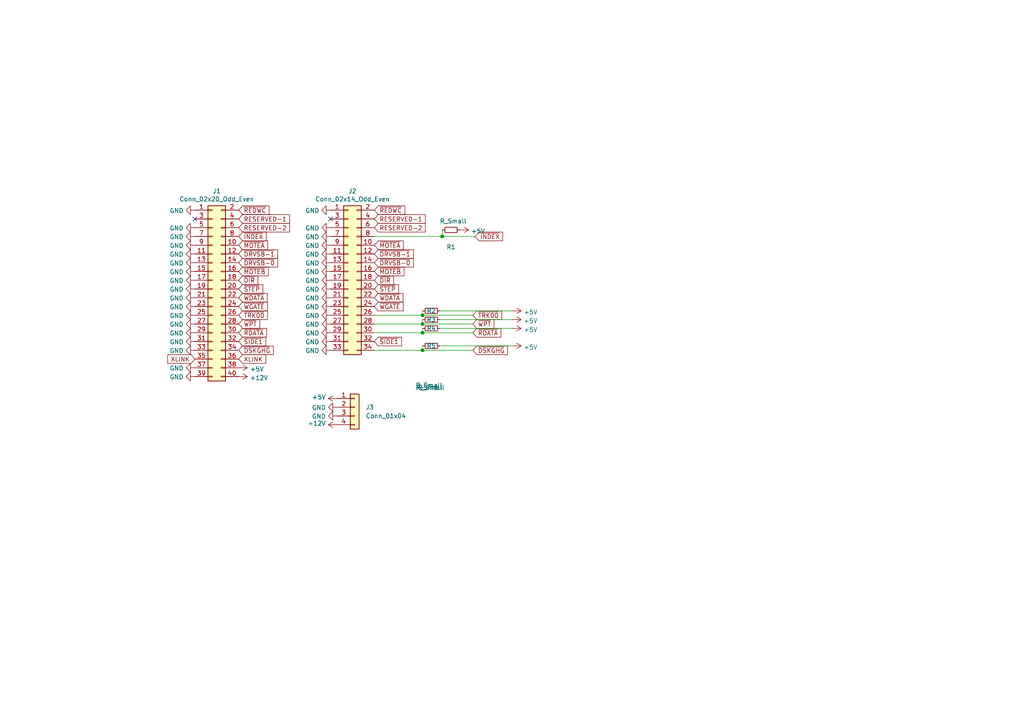
<source format=kicad_sch>
(kicad_sch (version 20211123) (generator eeschema)
  (paper "A4")
  (lib_symbols
    (symbol "Connector_Generic:Conn_01x04" (pin_names (offset 1.016) hide)
      (property "Reference" "J" (at 0 5.08 0))
      (property "Value" "Conn_01x04" (at 0 -7.62 0))
      (symbol "Conn_01x04_1_1"
        (rectangle (start -1.27 -4.953) (end 0 -5.207) (stroke (width 0.1524)))
        (rectangle (start -1.27 -2.413) (end 0 -2.667) (stroke (width 0.1524)))
        (rectangle (start -1.27 0.127) (end 0 -0.127) (stroke (width 0.1524)))
        (rectangle (start -1.27 2.667) (end 0 2.413) (stroke (width 0.1524)))
        (rectangle (start -1.27 3.81) (end 1.27 -6.35) (stroke (width 0.254)) (fill (type background)))
        (pin passive line (at -5.08 2.54 0) (length 3.81) (name "Pin_1") (number "1"))
        (pin passive line (at -5.08 0 0) (length 3.81) (name "Pin_2") (number "2"))
        (pin passive line (at -5.08 -2.54 0) (length 3.81) (name "Pin_3") (number "3"))
        (pin passive line (at -5.08 -5.08 0) (length 3.81) (name "Pin_4") (number "4"))
      )
    )
    (symbol "Connector_Generic:Conn_02x17_Odd_Even" (pin_names (offset 1.016) hide)
      (property "Reference" "J" (at 1.27 22.86 0))
      (property "Value" "Conn_02x17_Odd_Even" (at 1.27 -22.86 0))
      (symbol "Conn_02x17_Odd_Even_1_1"
        (rectangle (start -1.27 -20.193) (end 0 -20.447) (stroke (width 0.1524)))
        (rectangle (start -1.27 -17.653) (end 0 -17.907) (stroke (width 0.1524)))
        (rectangle (start -1.27 -15.113) (end 0 -15.367) (stroke (width 0.1524)))
        (rectangle (start -1.27 -12.573) (end 0 -12.827) (stroke (width 0.1524)))
        (rectangle (start -1.27 -10.033) (end 0 -10.287) (stroke (width 0.1524)))
        (rectangle (start -1.27 -7.493) (end 0 -7.747) (stroke (width 0.1524)))
        (rectangle (start -1.27 -4.953) (end 0 -5.207) (stroke (width 0.1524)))
        (rectangle (start -1.27 -2.413) (end 0 -2.667) (stroke (width 0.1524)))
        (rectangle (start -1.27 0.127) (end 0 -0.127) (stroke (width 0.1524)))
        (rectangle (start -1.27 2.667) (end 0 2.413) (stroke (width 0.1524)))
        (rectangle (start -1.27 5.207) (end 0 4.953) (stroke (width 0.1524)))
        (rectangle (start -1.27 7.747) (end 0 7.493) (stroke (width 0.1524)))
        (rectangle (start -1.27 10.287) (end 0 10.033) (stroke (width 0.1524)))
        (rectangle (start -1.27 12.827) (end 0 12.573) (stroke (width 0.1524)))
        (rectangle (start -1.27 15.367) (end 0 15.113) (stroke (width 0.1524)))
        (rectangle (start -1.27 17.907) (end 0 17.653) (stroke (width 0.1524)))
        (rectangle (start -1.27 20.447) (end 0 20.193) (stroke (width 0.1524)))
        (rectangle (start -1.27 21.59) (end 3.81 -21.59) (stroke (width 0.254)) (fill (type background)))
        (rectangle (start 3.81 -20.193) (end 2.54 -20.447) (stroke (width 0.1524)))
        (rectangle (start 3.81 -17.653) (end 2.54 -17.907) (stroke (width 0.1524)))
        (rectangle (start 3.81 -15.113) (end 2.54 -15.367) (stroke (width 0.1524)))
        (rectangle (start 3.81 -12.573) (end 2.54 -12.827) (stroke (width 0.1524)))
        (rectangle (start 3.81 -10.033) (end 2.54 -10.287) (stroke (width 0.1524)))
        (rectangle (start 3.81 -7.493) (end 2.54 -7.747) (stroke (width 0.1524)))
        (rectangle (start 3.81 -4.953) (end 2.54 -5.207) (stroke (width 0.1524)))
        (rectangle (start 3.81 -2.413) (end 2.54 -2.667) (stroke (width 0.1524)))
        (rectangle (start 3.81 0.127) (end 2.54 -0.127) (stroke (width 0.1524)))
        (rectangle (start 3.81 2.667) (end 2.54 2.413) (stroke (width 0.1524)))
        (rectangle (start 3.81 5.207) (end 2.54 4.953) (stroke (width 0.1524)))
        (rectangle (start 3.81 7.747) (end 2.54 7.493) (stroke (width 0.1524)))
        (rectangle (start 3.81 10.287) (end 2.54 10.033) (stroke (width 0.1524)))
        (rectangle (start 3.81 12.827) (end 2.54 12.573) (stroke (width 0.1524)))
        (rectangle (start 3.81 15.367) (end 2.54 15.113) (stroke (width 0.1524)))
        (rectangle (start 3.81 17.907) (end 2.54 17.653) (stroke (width 0.1524)))
        (rectangle (start 3.81 20.447) (end 2.54 20.193) (stroke (width 0.1524)))
        (pin passive line (at -5.08 20.32 0) (length 3.81) (name "Pin_1") (number "1"))
        (pin passive line (at 7.62 10.16 180) (length 3.81) (name "Pin_10") (number "10"))
        (pin passive line (at -5.08 7.62 0) (length 3.81) (name "Pin_11") (number "11"))
        (pin passive line (at 7.62 7.62 180) (length 3.81) (name "Pin_12") (number "12"))
        (pin passive line (at -5.08 5.08 0) (length 3.81) (name "Pin_13") (number "13"))
        (pin passive line (at 7.62 5.08 180) (length 3.81) (name "Pin_14") (number "14"))
        (pin passive line (at -5.08 2.54 0) (length 3.81) (name "Pin_15") (number "15"))
        (pin passive line (at 7.62 2.54 180) (length 3.81) (name "Pin_16") (number "16"))
        (pin passive line (at -5.08 0 0) (length 3.81) (name "Pin_17") (number "17"))
        (pin passive line (at 7.62 0 180) (length 3.81) (name "Pin_18") (number "18"))
        (pin passive line (at -5.08 -2.54 0) (length 3.81) (name "Pin_19") (number "19"))
        (pin passive line (at 7.62 20.32 180) (length 3.81) (name "Pin_2") (number "2"))
        (pin passive line (at 7.62 -2.54 180) (length 3.81) (name "Pin_20") (number "20"))
        (pin passive line (at -5.08 -5.08 0) (length 3.81) (name "Pin_21") (number "21"))
        (pin passive line (at 7.62 -5.08 180) (length 3.81) (name "Pin_22") (number "22"))
        (pin passive line (at -5.08 -7.62 0) (length 3.81) (name "Pin_23") (number "23"))
        (pin passive line (at 7.62 -7.62 180) (length 3.81) (name "Pin_24") (number "24"))
        (pin passive line (at -5.08 -10.16 0) (length 3.81) (name "Pin_25") (number "25"))
        (pin passive line (at 7.62 -10.16 180) (length 3.81) (name "Pin_26") (number "26"))
        (pin passive line (at -5.08 -12.7 0) (length 3.81) (name "Pin_27") (number "27"))
        (pin passive line (at 7.62 -12.7 180) (length 3.81) (name "Pin_28") (number "28"))
        (pin passive line (at -5.08 -15.24 0) (length 3.81) (name "Pin_29") (number "29"))
        (pin passive line (at -5.08 17.78 0) (length 3.81) (name "Pin_3") (number "3"))
        (pin passive line (at 7.62 -15.24 180) (length 3.81) (name "Pin_30") (number "30"))
        (pin passive line (at -5.08 -17.78 0) (length 3.81) (name "Pin_31") (number "31"))
        (pin passive line (at 7.62 -17.78 180) (length 3.81) (name "Pin_32") (number "32"))
        (pin passive line (at -5.08 -20.32 0) (length 3.81) (name "Pin_33") (number "33"))
        (pin passive line (at 7.62 -20.32 180) (length 3.81) (name "Pin_34") (number "34"))
        (pin passive line (at 7.62 17.78 180) (length 3.81) (name "Pin_4") (number "4"))
        (pin passive line (at -5.08 15.24 0) (length 3.81) (name "Pin_5") (number "5"))
        (pin passive line (at 7.62 15.24 180) (length 3.81) (name "Pin_6") (number "6"))
        (pin passive line (at -5.08 12.7 0) (length 3.81) (name "Pin_7") (number "7"))
        (pin passive line (at 7.62 12.7 180) (length 3.81) (name "Pin_8") (number "8"))
        (pin passive line (at -5.08 10.16 0) (length 3.81) (name "Pin_9") (number "9"))
      )
    )
    (symbol "Connector_Generic:Conn_02x20_Odd_Even" (pin_names (offset 1.016) hide)
      (property "Reference" "J" (at 1.27 25.4 0))
      (property "Value" "Conn_02x20_Odd_Even" (at 1.27 -27.94 0))
      (symbol "Conn_02x20_Odd_Even_1_1"
        (rectangle (start -1.27 -25.273) (end 0 -25.527) (stroke (width 0.1524)))
        (rectangle (start -1.27 -22.733) (end 0 -22.987) (stroke (width 0.1524)))
        (rectangle (start -1.27 -20.193) (end 0 -20.447) (stroke (width 0.1524)))
        (rectangle (start -1.27 -17.653) (end 0 -17.907) (stroke (width 0.1524)))
        (rectangle (start -1.27 -15.113) (end 0 -15.367) (stroke (width 0.1524)))
        (rectangle (start -1.27 -12.573) (end 0 -12.827) (stroke (width 0.1524)))
        (rectangle (start -1.27 -10.033) (end 0 -10.287) (stroke (width 0.1524)))
        (rectangle (start -1.27 -7.493) (end 0 -7.747) (stroke (width 0.1524)))
        (rectangle (start -1.27 -4.953) (end 0 -5.207) (stroke (width 0.1524)))
        (rectangle (start -1.27 -2.413) (end 0 -2.667) (stroke (width 0.1524)))
        (rectangle (start -1.27 0.127) (end 0 -0.127) (stroke (width 0.1524)))
        (rectangle (start -1.27 2.667) (end 0 2.413) (stroke (width 0.1524)))
        (rectangle (start -1.27 5.207) (end 0 4.953) (stroke (width 0.1524)))
        (rectangle (start -1.27 7.747) (end 0 7.493) (stroke (width 0.1524)))
        (rectangle (start -1.27 10.287) (end 0 10.033) (stroke (width 0.1524)))
        (rectangle (start -1.27 12.827) (end 0 12.573) (stroke (width 0.1524)))
        (rectangle (start -1.27 15.367) (end 0 15.113) (stroke (width 0.1524)))
        (rectangle (start -1.27 17.907) (end 0 17.653) (stroke (width 0.1524)))
        (rectangle (start -1.27 20.447) (end 0 20.193) (stroke (width 0.1524)))
        (rectangle (start -1.27 22.987) (end 0 22.733) (stroke (width 0.1524)))
        (rectangle (start -1.27 24.13) (end 3.81 -26.67) (stroke (width 0.254)) (fill (type background)))
        (rectangle (start 3.81 -25.273) (end 2.54 -25.527) (stroke (width 0.1524)))
        (rectangle (start 3.81 -22.733) (end 2.54 -22.987) (stroke (width 0.1524)))
        (rectangle (start 3.81 -20.193) (end 2.54 -20.447) (stroke (width 0.1524)))
        (rectangle (start 3.81 -17.653) (end 2.54 -17.907) (stroke (width 0.1524)))
        (rectangle (start 3.81 -15.113) (end 2.54 -15.367) (stroke (width 0.1524)))
        (rectangle (start 3.81 -12.573) (end 2.54 -12.827) (stroke (width 0.1524)))
        (rectangle (start 3.81 -10.033) (end 2.54 -10.287) (stroke (width 0.1524)))
        (rectangle (start 3.81 -7.493) (end 2.54 -7.747) (stroke (width 0.1524)))
        (rectangle (start 3.81 -4.953) (end 2.54 -5.207) (stroke (width 0.1524)))
        (rectangle (start 3.81 -2.413) (end 2.54 -2.667) (stroke (width 0.1524)))
        (rectangle (start 3.81 0.127) (end 2.54 -0.127) (stroke (width 0.1524)))
        (rectangle (start 3.81 2.667) (end 2.54 2.413) (stroke (width 0.1524)))
        (rectangle (start 3.81 5.207) (end 2.54 4.953) (stroke (width 0.1524)))
        (rectangle (start 3.81 7.747) (end 2.54 7.493) (stroke (width 0.1524)))
        (rectangle (start 3.81 10.287) (end 2.54 10.033) (stroke (width 0.1524)))
        (rectangle (start 3.81 12.827) (end 2.54 12.573) (stroke (width 0.1524)))
        (rectangle (start 3.81 15.367) (end 2.54 15.113) (stroke (width 0.1524)))
        (rectangle (start 3.81 17.907) (end 2.54 17.653) (stroke (width 0.1524)))
        (rectangle (start 3.81 20.447) (end 2.54 20.193) (stroke (width 0.1524)))
        (rectangle (start 3.81 22.987) (end 2.54 22.733) (stroke (width 0.1524)))
        (pin passive line (at -5.08 22.86 0) (length 3.81) (name "Pin_1") (number "1"))
        (pin passive line (at 7.62 12.7 180) (length 3.81) (name "Pin_10") (number "10"))
        (pin passive line (at -5.08 10.16 0) (length 3.81) (name "Pin_11") (number "11"))
        (pin passive line (at 7.62 10.16 180) (length 3.81) (name "Pin_12") (number "12"))
        (pin passive line (at -5.08 7.62 0) (length 3.81) (name "Pin_13") (number "13"))
        (pin passive line (at 7.62 7.62 180) (length 3.81) (name "Pin_14") (number "14"))
        (pin passive line (at -5.08 5.08 0) (length 3.81) (name "Pin_15") (number "15"))
        (pin passive line (at 7.62 5.08 180) (length 3.81) (name "Pin_16") (number "16"))
        (pin passive line (at -5.08 2.54 0) (length 3.81) (name "Pin_17") (number "17"))
        (pin passive line (at 7.62 2.54 180) (length 3.81) (name "Pin_18") (number "18"))
        (pin passive line (at -5.08 0 0) (length 3.81) (name "Pin_19") (number "19"))
        (pin passive line (at 7.62 22.86 180) (length 3.81) (name "Pin_2") (number "2"))
        (pin passive line (at 7.62 0 180) (length 3.81) (name "Pin_20") (number "20"))
        (pin passive line (at -5.08 -2.54 0) (length 3.81) (name "Pin_21") (number "21"))
        (pin passive line (at 7.62 -2.54 180) (length 3.81) (name "Pin_22") (number "22"))
        (pin passive line (at -5.08 -5.08 0) (length 3.81) (name "Pin_23") (number "23"))
        (pin passive line (at 7.62 -5.08 180) (length 3.81) (name "Pin_24") (number "24"))
        (pin passive line (at -5.08 -7.62 0) (length 3.81) (name "Pin_25") (number "25"))
        (pin passive line (at 7.62 -7.62 180) (length 3.81) (name "Pin_26") (number "26"))
        (pin passive line (at -5.08 -10.16 0) (length 3.81) (name "Pin_27") (number "27"))
        (pin passive line (at 7.62 -10.16 180) (length 3.81) (name "Pin_28") (number "28"))
        (pin passive line (at -5.08 -12.7 0) (length 3.81) (name "Pin_29") (number "29"))
        (pin passive line (at -5.08 20.32 0) (length 3.81) (name "Pin_3") (number "3"))
        (pin passive line (at 7.62 -12.7 180) (length 3.81) (name "Pin_30") (number "30"))
        (pin passive line (at -5.08 -15.24 0) (length 3.81) (name "Pin_31") (number "31"))
        (pin passive line (at 7.62 -15.24 180) (length 3.81) (name "Pin_32") (number "32"))
        (pin passive line (at -5.08 -17.78 0) (length 3.81) (name "Pin_33") (number "33"))
        (pin passive line (at 7.62 -17.78 180) (length 3.81) (name "Pin_34") (number "34"))
        (pin passive line (at -5.08 -20.32 0) (length 3.81) (name "Pin_35") (number "35"))
        (pin passive line (at 7.62 -20.32 180) (length 3.81) (name "Pin_36") (number "36"))
        (pin passive line (at -5.08 -22.86 0) (length 3.81) (name "Pin_37") (number "37"))
        (pin passive line (at 7.62 -22.86 180) (length 3.81) (name "Pin_38") (number "38"))
        (pin passive line (at -5.08 -25.4 0) (length 3.81) (name "Pin_39") (number "39"))
        (pin passive line (at 7.62 20.32 180) (length 3.81) (name "Pin_4") (number "4"))
        (pin passive line (at 7.62 -25.4 180) (length 3.81) (name "Pin_40") (number "40"))
        (pin passive line (at -5.08 17.78 0) (length 3.81) (name "Pin_5") (number "5"))
        (pin passive line (at 7.62 17.78 180) (length 3.81) (name "Pin_6") (number "6"))
        (pin passive line (at -5.08 15.24 0) (length 3.81) (name "Pin_7") (number "7"))
        (pin passive line (at 7.62 15.24 180) (length 3.81) (name "Pin_8") (number "8"))
        (pin passive line (at -5.08 12.7 0) (length 3.81) (name "Pin_9") (number "9"))
      )
    )
    (symbol "Device:R_Small" (pin_numbers hide) (pin_names (offset 0.254) hide)
      (property "Reference" "R" (at 0.762 0.508 0))
      (property "Value" "R_Small" (at 0.762 -1.016 0))
      (symbol "R_Small_0_1"
        (rectangle (start -0.762 1.778) (end 0.762 -1.778) (stroke (width 0.2032)))
      )
      (symbol "R_Small_1_1"
        (pin passive line (at 0 2.54 270) (length 0.762) (name "~") (number "1"))
        (pin passive line (at 0 -2.54 90) (length 0.762) (name "~") (number "2"))
      )
    )
    (symbol "power:+12V" (power) (pin_names (offset 0))
      (property "Value" "+12V" (at 0 3.556 0))
      (symbol "+12V_0_1"
        (polyline (pts (xy -0.762 1.27) (xy 0 2.54)))
        (polyline (pts (xy 0 0) (xy 0 2.54)))
        (polyline (pts (xy 0 2.54) (xy 0.762 1.27)))
      )
      (symbol "+12V_1_1"
        (pin power_in line (at 0 0 90) (length 0) hide (name "+12V") (number "1"))
      )
    )
    (symbol "power:+5V" (power) (pin_names (offset 0))
      (property "Value" "+5V" (at 0 3.556 0))
      (symbol "+5V_0_1"
        (polyline (pts (xy -0.762 1.27) (xy 0 2.54)))
        (polyline (pts (xy 0 0) (xy 0 2.54)))
        (polyline (pts (xy 0 2.54) (xy 0.762 1.27)))
      )
      (symbol "+5V_1_1"
        (pin power_in line (at 0 0 90) (length 0) hide (name "+5V") (number "1"))
      )
    )
    (symbol "power:GND" (power) (pin_names (offset 0))
      (property "Value" "GND" (at 0 -3.81 0))
      (symbol "GND_0_1"
        (polyline (pts (xy 0 0) (xy 0 -1.27) (xy 1.27 -1.27) (xy 0 -2.54) (xy -1.27 -1.27) (xy 0 -1.27)))
      )
      (symbol "GND_1_1"
        (pin power_in line (at 0 0 270) (length 0) hide (name "GND") (number "1"))
      )
    )
  )
  (junction (at 128.27 68.58))
  (junction (at 122.555 101.6))
  (junction (at 122.555 96.52))
  (junction (at 122.555 91.44))
  (junction (at 122.555 93.98))
  (no_connect (at 56.515 63.5))
  (no_connect (at 95.885 63.5))
  (wire (pts (xy 122.555 96.52) (xy 137.16 96.52)))
  (wire (pts (xy 122.555 90.17) (xy 122.555 91.44)))
  (wire (pts (xy 122.555 100.33) (xy 122.555 101.6)))
  (wire (pts (xy 122.555 91.44) (xy 137.16 91.44)))
  (wire (pts (xy 122.555 92.71) (xy 122.555 93.98)))
  (wire (pts (xy 108.585 93.98) (xy 122.555 93.98)))
  (wire (pts (xy 127.635 90.17) (xy 148.59 90.17)))
  (wire (pts (xy 127.635 95.25) (xy 148.59 95.25)))
  (wire (pts (xy 122.555 93.98) (xy 137.16 93.98)))
  (wire (pts (xy 128.27 66.675) (xy 128.27 68.58)))
  (wire (pts (xy 108.585 91.44) (xy 122.555 91.44)))
  (wire (pts (xy 122.555 95.25) (xy 122.555 96.52)))
  (wire (pts (xy 108.585 68.58) (xy 128.27 68.58)))
  (wire (pts (xy 128.27 68.58) (xy 137.795 68.58)))
  (wire (pts (xy 108.585 101.6) (xy 122.555 101.6)))
  (wire (pts (xy 127.635 92.71) (xy 148.59 92.71)))
  (wire (pts (xy 127.635 100.33) (xy 148.59 100.33)))
  (wire (pts (xy 108.585 96.52) (xy 122.555 96.52)))
  (wire (pts (xy 122.555 101.6) (xy 137.16 101.6)))
  (global_label "~{DIR}" (shape input) (at 69.215 81.28 0) (property "Intersheet References" "${INTERSHEET_REFS}" (effects hide)))
  (global_label "~{INDEX}" (shape input) (at 137.795 68.58 0) (property "Intersheet References" "${INTERSHEET_REFS}" (effects hide)))
  (global_label "~{INDEX}" (shape input) (at 69.215 68.58 0) (property "Intersheet References" "${INTERSHEET_REFS}" (effects hide)))
  (global_label "RESERVED-1" (shape input) (at 69.215 63.5 0) (property "Intersheet References" "${INTERSHEET_REFS}" (effects hide)))
  (global_label "~{WPT}" (shape input) (at 69.215 93.98 0) (property "Intersheet References" "${INTERSHEET_REFS}" (effects hide)))
  (global_label "~{RDATA}" (shape input) (at 137.16 96.52 0) (property "Intersheet References" "${INTERSHEET_REFS}" (effects hide)))
  (global_label "RESERVED-2" (shape input) (at 108.585 66.04 0) (property "Intersheet References" "${INTERSHEET_REFS}" (effects hide)))
  (global_label "RESERVED-2" (shape input) (at 69.215 66.04 0) (property "Intersheet References" "${INTERSHEET_REFS}" (effects hide)))
  (global_label "~{MOTEB}" (shape input) (at 108.585 78.74 0) (property "Intersheet References" "${INTERSHEET_REFS}" (effects hide)))
  (global_label "~{STEP}" (shape input) (at 108.585 83.82 0) (property "Intersheet References" "${INTERSHEET_REFS}" (effects hide)))
  (global_label "~{WGATE}" (shape input) (at 69.215 88.9 0) (property "Intersheet References" "${INTERSHEET_REFS}" (effects hide)))
  (global_label "~{DSKGHG}" (shape input) (at 69.215 101.6 0) (property "Intersheet References" "${INTERSHEET_REFS}" (effects hide)))
  (global_label "~{RDATA}" (shape input) (at 69.215 96.52 0) (property "Intersheet References" "${INTERSHEET_REFS}" (effects hide)))
  (global_label "XLINK" (shape input) (at 69.215 104.14 0) (property "Intersheet References" "${INTERSHEET_REFS}" (effects hide)))
  (global_label "~{MOTEA}" (shape input) (at 108.585 71.12 0) (property "Intersheet References" "${INTERSHEET_REFS}" (effects hide)))
  (global_label "~{TRK00}" (shape input) (at 137.16 91.44 0) (property "Intersheet References" "${INTERSHEET_REFS}" (effects hide)))
  (global_label "~{WDATA}" (shape input) (at 69.215 86.36 0) (property "Intersheet References" "${INTERSHEET_REFS}" (effects hide)))
  (global_label "~{TRK00}" (shape input) (at 69.215 91.44 0) (property "Intersheet References" "${INTERSHEET_REFS}" (effects hide)))
  (global_label "~{SIDE1}" (shape input) (at 69.215 99.06 0) (property "Intersheet References" "${INTERSHEET_REFS}" (effects hide)))
  (global_label "~{REDWC}" (shape input) (at 108.585 60.96 0) (property "Intersheet References" "${INTERSHEET_REFS}" (effects hide)))
  (global_label "~{WGATE}" (shape input) (at 108.585 88.9 0) (property "Intersheet References" "${INTERSHEET_REFS}" (effects hide)))
  (global_label "~{SIDE1}" (shape input) (at 108.585 99.06 0) (property "Intersheet References" "${INTERSHEET_REFS}" (effects hide)))
  (global_label "~{DRVSB-1}" (shape input) (at 69.215 73.66 0) (property "Intersheet References" "${INTERSHEET_REFS}" (effects hide)))
  (global_label "~{MOTEB}" (shape input) (at 69.215 78.74 0) (property "Intersheet References" "${INTERSHEET_REFS}" (effects hide)))
  (global_label "~{WPT}" (shape input) (at 137.16 93.98 0) (property "Intersheet References" "${INTERSHEET_REFS}" (effects hide)))
  (global_label "~{REDWC}" (shape input) (at 69.215 60.96 0) (property "Intersheet References" "${INTERSHEET_REFS}" (effects hide)))
  (global_label "RESERVED-1" (shape input) (at 108.585 63.5 0) (property "Intersheet References" "${INTERSHEET_REFS}" (effects hide)))
  (global_label "~{WDATA}" (shape input) (at 108.585 86.36 0) (property "Intersheet References" "${INTERSHEET_REFS}" (effects hide)))
  (global_label "~{DIR}" (shape input) (at 108.585 81.28 0) (property "Intersheet References" "${INTERSHEET_REFS}" (effects hide)))
  (global_label "~{STEP}" (shape input) (at 69.215 83.82 0) (property "Intersheet References" "${INTERSHEET_REFS}" (effects hide)))
  (global_label "~{DRVSB-0}" (shape input) (at 69.215 76.2 0) (property "Intersheet References" "${INTERSHEET_REFS}" (effects hide)))
  (global_label "~{DRVSB-1}" (shape input) (at 108.585 73.66 0) (property "Intersheet References" "${INTERSHEET_REFS}" (effects hide)))
  (global_label "~{MOTEA}" (shape input) (at 69.215 71.12 0) (property "Intersheet References" "${INTERSHEET_REFS}" (effects hide)))
  (global_label "~{DSKGHG}" (shape input) (at 137.16 101.6 0) (property "Intersheet References" "${INTERSHEET_REFS}" (effects hide)))
  (global_label "XLINK" (shape input) (at 56.515 104.14 180) (property "Intersheet References" "${INTERSHEET_REFS}" (effects hide)))
  (global_label "~{DRVSB-0}" (shape input) (at 108.585 76.2 0) (property "Intersheet References" "${INTERSHEET_REFS}" (effects hide)))
  (symbol (lib_id "Connector_Generic:Conn_02x20_Odd_Even") (at 61.595 83.82 0) (unit 1)
    (property "Reference" "J1" (at 62.865 55.4482 0))
    (property "Value" "Conn_02x20_Odd_Even" (at 62.865 57.7596 0))
    (property "Footprint" "Sebs-footprints:IBM_2x20_EDGE" (effects hide))
  )
  (symbol (lib_id "power:GND") (at 56.515 60.96 270) (unit 1)
    (property "Reference" "#PWR0126" (effects hide))
    (property "Value" "GND" (at 53.2638 61.087 90) (effects (justify right)))
  )
  (symbol (lib_id "power:+5V") (at 69.215 106.68 270) (unit 1)
    (property "Reference" "#PWR0118" (effects hide))
    (property "Value" "+5V" (at 72.4662 107.061 90) (effects (justify left)))
  )
  (symbol (lib_id "power:+12V") (at 69.215 109.22 270) (unit 1)
    (property "Reference" "#PWR0117" (effects hide))
    (property "Value" "+12V" (at 72.4662 109.601 90) (effects (justify left)))
  )
  (symbol (lib_id "power:GND") (at 56.515 66.04 270) (unit 1)
    (property "Reference" "#PWR0128" (effects hide))
    (property "Value" "GND" (at 53.2638 66.167 90) (effects (justify right)))
  )
  (symbol (lib_id "power:GND") (at 56.515 68.58 270) (unit 1)
    (property "Reference" "#PWR0125" (effects hide))
    (property "Value" "GND" (at 53.2638 68.707 90) (effects (justify right)))
  )
  (symbol (lib_id "power:GND") (at 56.515 71.12 270) (unit 1)
    (property "Reference" "#PWR0127" (effects hide))
    (property "Value" "GND" (at 53.2638 71.247 90) (effects (justify right)))
  )
  (symbol (lib_id "power:GND") (at 56.515 73.66 270) (unit 1)
    (property "Reference" "#PWR0124" (effects hide))
    (property "Value" "GND" (at 53.2638 73.787 90) (effects (justify right)))
  )
  (symbol (lib_id "power:GND") (at 56.515 76.2 270) (unit 1)
    (property "Reference" "#PWR0130" (effects hide))
    (property "Value" "GND" (at 53.2638 76.327 90) (effects (justify right)))
  )
  (symbol (lib_id "power:GND") (at 56.515 78.74 270) (unit 1)
    (property "Reference" "#PWR0115" (effects hide))
    (property "Value" "GND" (at 53.2638 78.867 90) (effects (justify right)))
  )
  (symbol (lib_id "Connector_Generic:Conn_02x17_Odd_Even") (at 100.965 81.28 0) (unit 1)
    (property "Reference" "J2" (at 102.235 55.4482 0))
    (property "Value" "Conn_02x14_Odd_Even" (at 102.235 57.7596 0))
    (property "Footprint" "Connector_PinSocket_2.54mm:PinSocket_2x17_P2.54mm_Vertical" (effects hide))
  )
  (symbol (lib_id "power:GND") (at 95.885 60.96 270) (unit 1)
    (property "Reference" "#PWR0141" (effects hide))
    (property "Value" "GND" (at 92.6338 61.087 90) (effects (justify right)))
  )
  (symbol (lib_id "power:GND") (at 56.515 81.28 270) (unit 1)
    (property "Reference" "#PWR0116" (effects hide))
    (property "Value" "GND" (at 53.2638 81.407 90) (effects (justify right)))
  )
  (symbol (lib_id "power:GND") (at 56.515 83.82 270) (unit 1)
    (property "Reference" "#PWR0120" (effects hide))
    (property "Value" "GND" (at 53.2638 83.947 90) (effects (justify right)))
  )
  (symbol (lib_id "power:GND") (at 56.515 86.36 270) (unit 1)
    (property "Reference" "#PWR0121" (effects hide))
    (property "Value" "GND" (at 53.2638 86.487 90) (effects (justify right)))
  )
  (symbol (lib_id "power:GND") (at 56.515 88.9 270) (unit 1)
    (property "Reference" "#PWR0122" (effects hide))
    (property "Value" "GND" (at 53.2638 89.027 90) (effects (justify right)))
  )
  (symbol (lib_id "power:GND") (at 56.515 91.44 270) (unit 1)
    (property "Reference" "#PWR0119" (effects hide))
    (property "Value" "GND" (at 53.2638 91.567 90) (effects (justify right)))
  )
  (symbol (lib_id "power:GND") (at 56.515 93.98 270) (unit 1)
    (property "Reference" "#PWR0123" (effects hide))
    (property "Value" "GND" (at 53.2638 94.107 90) (effects (justify right)))
  )
  (symbol (lib_id "power:GND") (at 56.515 96.52 270) (unit 1)
    (property "Reference" "#PWR0112" (effects hide))
    (property "Value" "GND" (at 53.2638 96.647 90) (effects (justify right)))
  )
  (symbol (lib_id "power:GND") (at 56.515 99.06 270) (unit 1)
    (property "Reference" "#PWR0111" (effects hide))
    (property "Value" "GND" (at 53.2638 99.187 90) (effects (justify right)))
  )
  (symbol (lib_id "power:GND") (at 56.515 101.6 270) (unit 1)
    (property "Reference" "#PWR0113" (effects hide))
    (property "Value" "GND" (at 53.2638 101.727 90) (effects (justify right)))
  )
  (symbol (lib_id "power:GND") (at 56.515 106.68 270) (unit 1)
    (property "Reference" "#PWR0114" (effects hide))
    (property "Value" "GND" (at 53.2638 106.807 90) (effects (justify right)))
  )
  (symbol (lib_id "power:GND") (at 56.515 109.22 270) (unit 1)
    (property "Reference" "#PWR0110" (effects hide))
    (property "Value" "GND" (at 53.2638 109.347 90) (effects (justify right)))
  )
  (symbol (lib_id "power:GND") (at 95.885 93.98 270) (unit 1)
    (property "Reference" "#PWR0142" (effects hide))
    (property "Value" "GND" (at 92.6338 94.107 90) (effects (justify right)))
  )
  (symbol (lib_id "power:GND") (at 95.885 66.04 270) (unit 1)
    (property "Reference" "#PWR0137" (effects hide))
    (property "Value" "GND" (at 92.6338 66.167 90) (effects (justify right)))
  )
  (symbol (lib_id "power:GND") (at 95.885 68.58 270) (unit 1)
    (property "Reference" "#PWR0140" (effects hide))
    (property "Value" "GND" (at 92.6338 68.707 90) (effects (justify right)))
  )
  (symbol (lib_id "power:GND") (at 95.885 71.12 270) (unit 1)
    (property "Reference" "#PWR0138" (effects hide))
    (property "Value" "GND" (at 92.6338 71.247 90) (effects (justify right)))
  )
  (symbol (lib_id "power:GND") (at 95.885 73.66 270) (unit 1)
    (property "Reference" "#PWR0139" (effects hide))
    (property "Value" "GND" (at 92.6338 73.787 90) (effects (justify right)))
  )
  (symbol (lib_id "power:GND") (at 95.885 76.2 270) (unit 1)
    (property "Reference" "#PWR0133" (effects hide))
    (property "Value" "GND" (at 92.6338 76.327 90) (effects (justify right)))
  )
  (symbol (lib_id "power:GND") (at 95.885 78.74 270) (unit 1)
    (property "Reference" "#PWR0134" (effects hide))
    (property "Value" "GND" (at 92.6338 78.867 90) (effects (justify right)))
  )
  (symbol (lib_id "power:GND") (at 95.885 81.28 270) (unit 1)
    (property "Reference" "#PWR0132" (effects hide))
    (property "Value" "GND" (at 92.6338 81.407 90) (effects (justify right)))
  )
  (symbol (lib_id "power:GND") (at 95.885 83.82 270) (unit 1)
    (property "Reference" "#PWR0135" (effects hide))
    (property "Value" "GND" (at 92.6338 83.947 90) (effects (justify right)))
  )
  (symbol (lib_id "power:GND") (at 95.885 86.36 270) (unit 1)
    (property "Reference" "#PWR0131" (effects hide))
    (property "Value" "GND" (at 92.6338 86.487 90) (effects (justify right)))
  )
  (symbol (lib_id "power:GND") (at 95.885 88.9 270) (unit 1)
    (property "Reference" "#PWR0136" (effects hide))
    (property "Value" "GND" (at 92.6338 89.027 90) (effects (justify right)))
  )
  (symbol (lib_id "power:GND") (at 95.885 91.44 270) (unit 1)
    (property "Reference" "#PWR0143" (effects hide))
    (property "Value" "GND" (at 92.6338 91.567 90) (effects (justify right)))
  )
  (symbol (lib_id "power:GND") (at 95.885 96.52 270) (unit 1)
    (property "Reference" "#PWR0145" (effects hide))
    (property "Value" "GND" (at 92.6338 96.647 90) (effects (justify right)))
  )
  (symbol (lib_id "power:GND") (at 95.885 99.06 270) (unit 1)
    (property "Reference" "#PWR0146" (effects hide))
    (property "Value" "GND" (at 92.6338 99.187 90) (effects (justify right)))
  )
  (symbol (lib_id "power:GND") (at 95.885 101.6 270) (unit 1)
    (property "Reference" "#PWR0144" (effects hide))
    (property "Value" "GND" (at 92.6338 101.727 90) (effects (justify right)))
  )
  (symbol (lib_id "Device:R_Small") (at 125.095 90.17 90) (unit 1)
    (property "Reference" "R2" (at 125.095 90.17 90))
    (property "Value" "R_Small" (at 124.46 112.395 90))
    (property "Footprint" "Resistor_SMD:R_1206_3216Metric" (effects hide))
  )
  (symbol (lib_id "power:+5V") (at 133.35 66.675 270) (unit 1)
    (property "Reference" "#PWR0105" (effects hide))
    (property "Value" "+5V" (at 136.6012 67.056 90) (effects (justify left)))
  )
  (symbol (lib_id "Device:R_Small") (at 125.095 92.71 90) (unit 1)
    (property "Reference" "R3" (at 125.095 92.71 90))
    (property "Value" "R_Small" (at 124.46 111.76 90))
    (property "Footprint" "Resistor_SMD:R_1206_3216Metric" (effects hide))
  )
  (symbol (lib_id "power:+12V") (at 97.79 123.19 90) (unit 1)
    (property "Reference" "#PWR0106" (effects hide))
    (property "Value" "+12V" (at 94.5388 122.809 90) (effects (justify left)))
  )
  (symbol (lib_id "Device:R_Small") (at 125.095 95.25 90) (unit 1)
    (property "Reference" "R4" (at 125.095 95.25 90))
    (property "Value" "R_Small" (at 125.095 112.395 90))
    (property "Footprint" "Resistor_SMD:R_1206_3216Metric" (effects hide))
  )
  (symbol (lib_id "Connector_Generic:Conn_01x04") (at 102.87 118.11 0) (unit 1)
    (property "Reference" "J3" (at 106.045 118.1099 0) (effects (justify left)))
    (property "Value" "Conn_01x04" (at 106.045 120.6499 0) (effects (justify left)))
    (property "Footprint" "Connector_JST:JST_XH_B4B-XH-A_1x04_P2.50mm_Vertical" (effects hide))
  )
  (symbol (lib_id "power:GND") (at 97.79 118.11 270) (unit 1)
    (property "Reference" "#PWR0108" (effects hide))
    (property "Value" "GND" (at 94.5388 118.237 90) (effects (justify right)))
  )
  (symbol (lib_id "power:GND") (at 97.79 120.65 270) (unit 1)
    (property "Reference" "#PWR0107" (effects hide))
    (property "Value" "GND" (at 94.5388 120.777 90) (effects (justify right)))
  )
  (symbol (lib_id "power:+5V") (at 148.59 100.33 270) (unit 1)
    (property "Reference" "#PWR0101" (effects hide))
    (property "Value" "+5V" (at 151.8412 100.711 90) (effects (justify left)))
  )
  (symbol (lib_id "Device:R_Small") (at 125.095 100.33 90) (unit 1)
    (property "Reference" "R5" (at 125.095 100.33 90))
    (property "Value" "R_Small" (at 124.46 112.395 90))
    (property "Footprint" "Resistor_SMD:R_1206_3216Metric" (effects hide))
  )
  (symbol (lib_id "power:+5V") (at 148.59 90.17 270) (unit 1)
    (property "Reference" "#PWR0104" (effects hide))
    (property "Value" "+5V" (at 151.8412 90.551 90) (effects (justify left)))
  )
  (symbol (lib_id "power:+5V") (at 148.59 95.25 270) (unit 1)
    (property "Reference" "#PWR0102" (effects hide))
    (property "Value" "+5V" (at 151.8412 95.631 90) (effects (justify left)))
  )
  (symbol (lib_id "power:+5V") (at 97.79 115.57 90) (unit 1)
    (property "Reference" "#PWR0109" (effects hide))
    (property "Value" "+5V" (at 94.5388 115.189 90) (effects (justify left)))
  )
  (symbol (lib_id "power:+5V") (at 148.59 92.71 270) (unit 1)
    (property "Reference" "#PWR0103" (effects hide))
    (property "Value" "+5V" (at 151.8412 93.091 90) (effects (justify left)))
  )
  (symbol (lib_id "Device:R_Small") (at 130.81 66.675 90) (unit 1)
    (property "Reference" "R1" (at 130.81 71.6534 90))
    (property "Value" "R_Small" (at 131.445 64.135 90))
    (property "Footprint" "Resistor_SMD:R_1206_3216Metric" (effects hide))
  )
)
</source>
